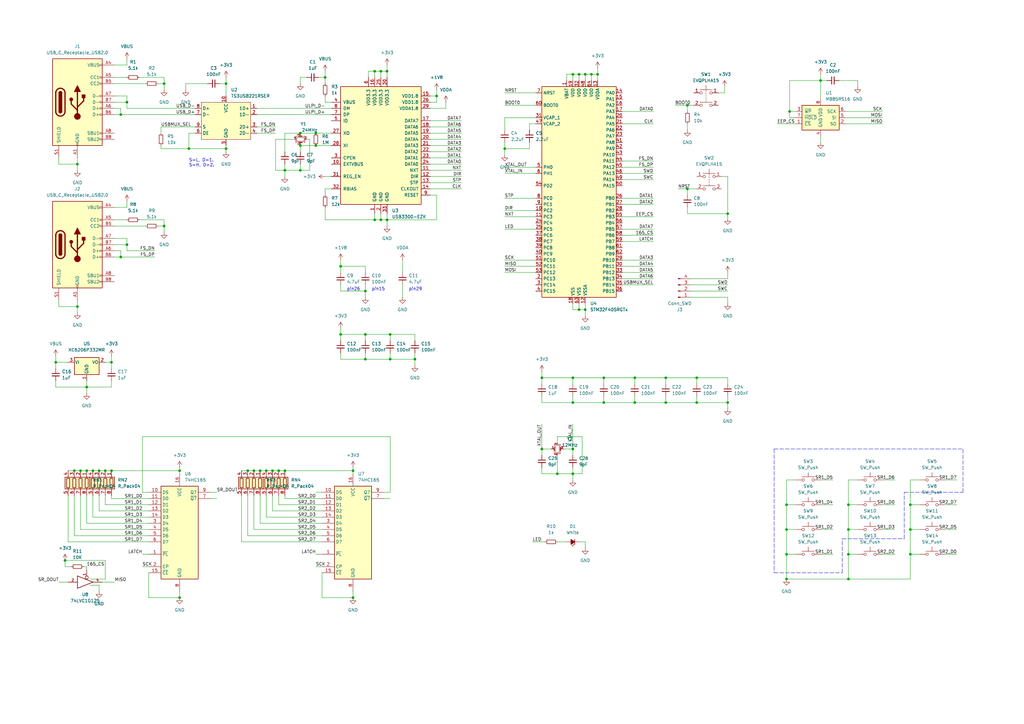
<source format=kicad_sch>
(kicad_sch (version 20211123) (generator eeschema)
  (paper "A3")
  (title_block (date "2023-01-15"))
  (junction (at 347.98 217.17))
  (junction (at 373.38 207.01))
  (junction (at 156.21 29.21))
  (junction (at 129.54 54.61))
  (junction (at 240.03 30.48))
  (junction (at 92.71 34.29))
  (junction (at 133.35 31.75))
  (junction (at 104.14 193.04))
  (junction (at 234.95 30.48))
  (junction (at 26.67 229.87))
  (junction (at 347.98 207.01))
  (junction (at 273.05 154.94))
  (junction (at 22.86 148.59))
  (junction (at 298.45 87.63))
  (junction (at 237.49 30.48))
  (junction (at 129.54 59.69))
  (junction (at 144.78 245.11))
  (junction (at 322.58 237.49))
  (junction (at 160.02 137.16))
  (junction (at 149.86 137.16))
  (junction (at 347.98 227.33))
  (junction (at 373.38 227.33))
  (junction (at 170.18 147.32))
  (junction (at 38.1 193.04))
  (junction (at 234.95 184.15))
  (junction (at 336.55 33.02))
  (junction (at 242.57 30.48))
  (junction (at 158.75 29.21))
  (junction (at 35.56 193.04))
  (junction (at 92.71 60.96))
  (junction (at 247.65 165.1))
  (junction (at 45.72 148.59))
  (junction (at 67.31 34.29))
  (junction (at 222.25 154.94))
  (junction (at 158.75 90.17))
  (junction (at 43.18 193.04))
  (junction (at 111.76 193.04))
  (junction (at 281.94 77.47))
  (junction (at 273.05 165.1))
  (junction (at 149.86 119.38))
  (junction (at 322.58 207.01))
  (junction (at 49.53 105.41))
  (junction (at 123.19 69.85))
  (junction (at 106.68 193.04))
  (junction (at 245.11 30.48))
  (junction (at 153.67 90.17))
  (junction (at 373.38 217.17))
  (junction (at 237.49 127))
  (junction (at 116.84 193.04))
  (junction (at 222.25 184.15))
  (junction (at 73.66 193.04))
  (junction (at 31.75 125.73))
  (junction (at 101.6 193.04))
  (junction (at 179.07 39.37))
  (junction (at 114.3 193.04))
  (junction (at 123.19 59.69))
  (junction (at 123.19 54.61))
  (junction (at 234.95 194.31))
  (junction (at 109.22 193.04))
  (junction (at 228.6 194.31))
  (junction (at 116.84 69.85))
  (junction (at 322.58 227.33))
  (junction (at 234.95 165.1))
  (junction (at 247.65 154.94))
  (junction (at 347.98 237.49))
  (junction (at 30.48 193.04))
  (junction (at 207.01 60.96))
  (junction (at 52.07 41.91))
  (junction (at 35.56 158.75))
  (junction (at 298.45 165.1))
  (junction (at 45.72 193.04))
  (junction (at 323.85 45.72))
  (junction (at 49.53 46.99))
  (junction (at 322.58 217.17))
  (junction (at 73.66 245.11))
  (junction (at 31.75 67.31))
  (junction (at 67.31 92.71))
  (junction (at 40.64 193.04))
  (junction (at 153.67 29.21))
  (junction (at 285.75 154.94))
  (junction (at 52.07 100.33))
  (junction (at 240.03 127))
  (junction (at 281.94 43.18))
  (junction (at 260.35 154.94))
  (junction (at 156.21 90.17))
  (junction (at 33.02 193.04))
  (junction (at 139.7 109.22))
  (junction (at 77.47 60.96))
  (junction (at 149.86 147.32))
  (junction (at 160.02 147.32))
  (junction (at 260.35 165.1))
  (junction (at 144.78 193.04))
  (junction (at 139.7 137.16))
  (junction (at 234.95 154.94))
  (junction (at 285.75 165.1))
  (wire (pts (xy 207.01 109.22) (xy 219.71 109.22)))
  (wire (pts (xy 46.99 26.67) (xy 52.07 26.67)))
  (wire (pts (xy 120.65 57.15) (xy 113.03 57.15)))
  (wire (pts (xy 234.95 157.48) (xy 234.95 154.94)))
  (wire (pts (xy 158.75 90.17) (xy 158.75 87.63)))
  (wire (pts (xy 57.15 90.17) (xy 67.31 90.17)))
  (wire (pts (xy 165.1 106.68) (xy 165.1 111.76)))
  (wire (pts (xy 207.01 68.58) (xy 219.71 68.58)))
  (wire (pts (xy 218.44 222.25) (xy 223.52 222.25)))
  (wire (pts (xy 373.38 207.01) (xy 373.38 217.17)))
  (wire (pts (xy 43.18 237.49) (xy 43.18 229.87)))
  (wire (pts (xy 92.71 60.96) (xy 92.71 62.23)))
  (wire (pts (xy 361.95 196.85) (xy 367.03 196.85)))
  (wire (pts (xy 106.68 193.04) (xy 109.22 193.04)))
  (wire (pts (xy 298.45 165.1) (xy 298.45 167.64)))
  (wire (pts (xy 176.53 72.39) (xy 189.23 72.39)))
  (wire (pts (xy 226.06 184.15) (xy 222.25 184.15)))
  (wire (pts (xy 170.18 144.78) (xy 170.18 147.32)))
  (wire (pts (xy 45.72 156.21) (xy 45.72 158.75)))
  (wire (pts (xy 336.55 196.85) (xy 341.63 196.85)))
  (wire (pts (xy 52.07 102.87) (xy 63.5 102.87)))
  (wire (pts (xy 129.54 232.41) (xy 132.08 232.41)))
  (wire (pts (xy 207.01 58.42) (xy 207.01 60.96)))
  (wire (pts (xy 255.27 96.52) (xy 267.97 96.52)))
  (wire (pts (xy 234.95 30.48) (xy 237.49 30.48)))
  (wire (pts (xy 276.86 43.18) (xy 281.94 43.18)))
  (wire (pts (xy 46.99 85.09) (xy 52.07 85.09)))
  (wire (pts (xy 176.53 67.31) (xy 189.23 67.31)))
  (wire (pts (xy 57.15 31.75) (xy 67.31 31.75)))
  (wire (pts (xy 31.75 67.31) (xy 31.75 64.77)))
  (wire (pts (xy 30.48 203.2) (xy 30.48 219.71)))
  (wire (pts (xy 35.56 214.63) (xy 60.96 214.63)))
  (wire (pts (xy 73.66 242.57) (xy 73.66 245.11)))
  (wire (pts (xy 113.03 69.85) (xy 116.84 69.85)))
  (wire (pts (xy 298.45 162.56) (xy 298.45 165.1)))
  (wire (pts (xy 133.35 29.21) (xy 133.35 31.75)))
  (wire (pts (xy 222.25 165.1) (xy 234.95 165.1)))
  (wire (pts (xy 114.3 193.04) (xy 116.84 193.04)))
  (wire (pts (xy 133.35 31.75) (xy 133.35 34.29)))
  (wire (pts (xy 377.19 207.01) (xy 373.38 207.01)))
  (wire (pts (xy 105.41 52.07) (xy 113.03 52.07)))
  (wire (pts (xy 101.6 203.2) (xy 101.6 219.71)))
  (wire (pts (xy 104.14 193.04) (xy 106.68 193.04)))
  (wire (pts (xy 387.35 217.17) (xy 392.43 217.17)))
  (wire (pts (xy 123.19 54.61) (xy 129.54 54.61)))
  (wire (pts (xy 127 69.85) (xy 123.19 69.85)))
  (wire (pts (xy 240.03 30.48) (xy 240.03 33.02)))
  (wire (pts (xy 255.27 99.06) (xy 267.97 99.06)))
  (wire (pts (xy 361.95 227.33) (xy 367.03 227.33)))
  (wire (pts (xy 104.14 217.17) (xy 132.08 217.17)))
  (wire (pts (xy 66.04 60.96) (xy 77.47 60.96)))
  (wire (pts (xy 24.13 238.76) (xy 27.94 238.76)))
  (wire (pts (xy 52.07 44.45) (xy 52.07 41.91)))
  (wire (pts (xy 151.13 29.21) (xy 153.67 29.21)))
  (wire (pts (xy 176.53 54.61) (xy 189.23 54.61)))
  (wire (pts (xy 242.57 30.48) (xy 245.11 30.48)))
  (wire (pts (xy 139.7 139.7) (xy 139.7 137.16)))
  (wire (pts (xy 46.99 105.41) (xy 49.53 105.41)))
  (wire (pts (xy 67.31 90.17) (xy 67.31 92.71)))
  (wire (pts (xy 129.54 59.69) (xy 135.89 59.69)))
  (wire (pts (xy 278.13 77.47) (xy 281.94 77.47)))
  (wire (pts (xy 26.67 229.87) (xy 26.67 232.41)))
  (wire (pts (xy 234.95 165.1) (xy 247.65 165.1)))
  (wire (pts (xy 130.81 31.75) (xy 133.35 31.75)))
  (wire (pts (xy 38.1 212.09) (xy 38.1 203.2)))
  (wire (pts (xy 46.99 102.87) (xy 49.53 102.87)))
  (wire (pts (xy 46.99 97.79) (xy 52.07 97.79)))
  (wire (pts (xy 105.41 46.99) (xy 135.89 46.99)))
  (wire (pts (xy 109.22 212.09) (xy 132.08 212.09)))
  (wire (pts (xy 67.31 31.75) (xy 67.31 34.29)))
  (wire (pts (xy 222.25 191.77) (xy 222.25 194.31)))
  (wire (pts (xy 285.75 157.48) (xy 285.75 154.94)))
  (wire (pts (xy 232.41 33.02) (xy 232.41 30.48)))
  (wire (pts (xy 283.21 116.84) (xy 298.45 116.84)))
  (wire (pts (xy 66.04 52.07) (xy 66.04 54.61)))
  (wire (pts (xy 207.01 60.96) (xy 217.17 60.96)))
  (wire (pts (xy 346.71 50.8) (xy 361.95 50.8)))
  (wire (pts (xy 105.41 54.61) (xy 113.03 54.61)))
  (wire (pts (xy 222.25 157.48) (xy 222.25 154.94)))
  (wire (pts (xy 347.98 217.17) (xy 347.98 227.33)))
  (wire (pts (xy 255.27 116.84) (xy 267.97 116.84)))
  (wire (pts (xy 237.49 30.48) (xy 240.03 30.48)))
  (wire (pts (xy 92.71 31.75) (xy 92.71 34.29)))
  (wire (pts (xy 160.02 147.32) (xy 170.18 147.32)))
  (wire (pts (xy 285.75 162.56) (xy 285.75 165.1)))
  (wire (pts (xy 176.53 59.69) (xy 189.23 59.69)))
  (wire (pts (xy 281.94 85.09) (xy 281.94 87.63)))
  (wire (pts (xy 116.84 204.47) (xy 132.08 204.47)))
  (wire (pts (xy 99.06 203.2) (xy 99.06 222.25)))
  (wire (pts (xy 149.86 137.16) (xy 160.02 137.16)))
  (wire (pts (xy 176.53 49.53) (xy 189.23 49.53)))
  (wire (pts (xy 132.08 245.11) (xy 144.78 245.11)))
  (wire (pts (xy 260.35 162.56) (xy 260.35 165.1)))
  (wire (pts (xy 234.95 154.94) (xy 247.65 154.94)))
  (wire (pts (xy 139.7 116.84) (xy 139.7 119.38)))
  (wire (pts (xy 326.39 207.01) (xy 322.58 207.01)))
  (wire (pts (xy 267.97 81.28) (xy 255.27 81.28)))
  (wire (pts (xy 149.86 119.38) (xy 149.86 121.92)))
  (wire (pts (xy 207.01 88.9) (xy 219.71 88.9)))
  (wire (pts (xy 46.99 92.71) (xy 59.69 92.71)))
  (wire (pts (xy 326.39 217.17) (xy 322.58 217.17)))
  (wire (pts (xy 322.58 196.85) (xy 322.58 207.01)))
  (wire (pts (xy 129.54 227.33) (xy 132.08 227.33)))
  (wire (pts (xy 125.73 31.75) (xy 123.19 31.75)))
  (wire (pts (xy 24.13 125.73) (xy 31.75 125.73)))
  (wire (pts (xy 281.94 77.47) (xy 285.75 77.47)))
  (wire (pts (xy 222.25 162.56) (xy 222.25 165.1)))
  (wire (pts (xy 285.75 154.94) (xy 298.45 154.94)))
  (wire (pts (xy 58.42 179.07) (xy 160.02 179.07)))
  (wire (pts (xy 267.97 66.04) (xy 255.27 66.04)))
  (wire (pts (xy 73.66 193.04) (xy 73.66 194.31)))
  (wire (pts (xy 90.17 34.29) (xy 92.71 34.29)))
  (wire (pts (xy 35.56 203.2) (xy 35.56 214.63)))
  (wire (pts (xy 176.53 57.15) (xy 189.23 57.15)))
  (wire (pts (xy 347.98 237.49) (xy 373.38 237.49)))
  (wire (pts (xy 114.3 207.01) (xy 114.3 203.2)))
  (wire (pts (xy 267.97 83.82) (xy 255.27 83.82)))
  (wire (pts (xy 45.72 146.05) (xy 45.72 148.59)))
  (wire (pts (xy 46.99 41.91) (xy 52.07 41.91)))
  (wire (pts (xy 139.7 119.38) (xy 149.86 119.38)))
  (wire (pts (xy 260.35 157.48) (xy 260.35 154.94)))
  (wire (pts (xy 156.21 90.17) (xy 158.75 90.17)))
  (wire (pts (xy 377.19 196.85) (xy 373.38 196.85)))
  (wire (pts (xy 31.75 67.31) (xy 31.75 69.85)))
  (wire (pts (xy 170.18 137.16) (xy 170.18 139.7)))
  (wire (pts (xy 267.97 50.8) (xy 255.27 50.8)))
  (wire (pts (xy 346.71 45.72) (xy 361.95 45.72)))
  (wire (pts (xy 351.79 217.17) (xy 347.98 217.17)))
  (wire (pts (xy 123.19 69.85) (xy 123.19 67.31)))
  (wire (pts (xy 240.03 222.25) (xy 240.03 224.79)))
  (wire (pts (xy 176.53 77.47) (xy 189.23 77.47)))
  (wire (pts (xy 106.68 214.63) (xy 132.08 214.63)))
  (wire (pts (xy 77.47 60.96) (xy 77.47 54.61)))
  (wire (pts (xy 351.79 227.33) (xy 347.98 227.33)))
  (wire (pts (xy 295.91 72.39) (xy 298.45 72.39)))
  (wire (pts (xy 361.95 217.17) (xy 367.03 217.17)))
  (wire (pts (xy 228.6 186.69) (xy 228.6 194.31)))
  (wire (pts (xy 85.09 34.29) (xy 76.2 34.29)))
  (wire (pts (xy 267.97 106.68) (xy 255.27 106.68)))
  (wire (pts (xy 40.64 209.55) (xy 40.64 203.2)))
  (wire (pts (xy 207.01 48.26) (xy 219.71 48.26)))
  (wire (pts (xy 144.78 191.77) (xy 144.78 193.04)))
  (wire (pts (xy 129.54 201.93) (xy 132.08 201.93)))
  (wire (pts (xy 135.89 77.47) (xy 133.35 77.47)))
  (wire (pts (xy 67.31 92.71) (xy 64.77 92.71)))
  (wire (pts (xy 240.03 127) (xy 240.03 129.54)))
  (wire (pts (xy 176.53 39.37) (xy 179.07 39.37)))
  (wire (pts (xy 92.71 60.96) (xy 77.47 60.96)))
  (wire (pts (xy 127 57.15) (xy 127 69.85)))
  (wire (pts (xy 149.86 109.22) (xy 149.86 111.76)))
  (wire (pts (xy 267.97 45.72) (xy 255.27 45.72)))
  (wire (pts (xy 157.48 201.93) (xy 160.02 201.93)))
  (wire (pts (xy 373.38 217.17) (xy 373.38 227.33)))
  (wire (pts (xy 179.07 80.01) (xy 179.07 90.17)))
  (wire (pts (xy 322.58 227.33) (xy 322.58 237.49)))
  (wire (pts (xy 281.94 50.8) (xy 281.94 53.34)))
  (wire (pts (xy 52.07 41.91) (xy 52.07 39.37)))
  (wire (pts (xy 109.22 193.04) (xy 111.76 193.04)))
  (wire (pts (xy 66.04 59.69) (xy 66.04 60.96)))
  (wire (pts (xy 247.65 154.94) (xy 260.35 154.94)))
  (wire (pts (xy 38.1 193.04) (xy 40.64 193.04)))
  (wire (pts (xy 45.72 204.47) (xy 45.72 203.2)))
  (wire (pts (xy 273.05 165.1) (xy 285.75 165.1)))
  (wire (pts (xy 46.99 90.17) (xy 52.07 90.17)))
  (wire (pts (xy 336.55 227.33) (xy 341.63 227.33)))
  (wire (pts (xy 86.36 204.47) (xy 88.9 204.47)))
  (wire (pts (xy 298.45 72.39) (xy 298.45 87.63)))
  (wire (pts (xy 116.84 69.85) (xy 116.84 72.39)))
  (wire (pts (xy 237.49 124.46) (xy 237.49 127)))
  (wire (pts (xy 99.06 222.25) (xy 132.08 222.25)))
  (wire (pts (xy 176.53 64.77) (xy 189.23 64.77)))
  (wire (pts (xy 113.03 57.15) (xy 113.03 69.85)))
  (wire (pts (xy 156.21 87.63) (xy 156.21 90.17)))
  (wire (pts (xy 322.58 207.01) (xy 322.58 217.17)))
  (wire (pts (xy 336.55 33.02) (xy 336.55 40.64)))
  (polyline (pts (xy 370.84 220.98) (xy 370.84 201.93)))
  (wire (pts (xy 245.11 30.48) (xy 245.11 33.02)))
  (wire (pts (xy 38.1 212.09) (xy 60.96 212.09)))
  (wire (pts (xy 67.31 92.71) (xy 67.31 95.25)))
  (wire (pts (xy 43.18 207.01) (xy 43.18 203.2)))
  (wire (pts (xy 104.14 203.2) (xy 104.14 217.17)))
  (wire (pts (xy 351.79 196.85) (xy 347.98 196.85)))
  (wire (pts (xy 99.06 193.04) (xy 101.6 193.04)))
  (wire (pts (xy 156.21 29.21) (xy 158.75 29.21)))
  (wire (pts (xy 29.21 232.41) (xy 26.67 232.41)))
  (wire (pts (xy 207.01 38.1) (xy 219.71 38.1)))
  (polyline (pts (xy 370.84 201.93) (xy 394.97 201.93)))
  (wire (pts (xy 58.42 227.33) (xy 60.96 227.33)))
  (wire (pts (xy 217.17 50.8) (xy 217.17 53.34)))
  (wire (pts (xy 237.49 222.25) (xy 240.03 222.25)))
  (wire (pts (xy 242.57 30.48) (xy 242.57 33.02)))
  (wire (pts (xy 234.95 184.15) (xy 234.95 186.69)))
  (wire (pts (xy 46.99 44.45) (xy 49.53 44.45)))
  (wire (pts (xy 41.91 238.76) (xy 46.99 238.76)))
  (wire (pts (xy 232.41 30.48) (xy 234.95 30.48)))
  (wire (pts (xy 60.96 245.11) (xy 73.66 245.11)))
  (wire (pts (xy 111.76 209.55) (xy 132.08 209.55)))
  (wire (pts (xy 273.05 162.56) (xy 273.05 165.1)))
  (wire (pts (xy 336.55 217.17) (xy 341.63 217.17)))
  (wire (pts (xy 43.18 207.01) (xy 60.96 207.01)))
  (wire (pts (xy 36.83 240.03) (xy 40.64 240.03)))
  (wire (pts (xy 33.02 217.17) (xy 60.96 217.17)))
  (wire (pts (xy 219.71 50.8) (xy 217.17 50.8)))
  (polyline (pts (xy 317.5 184.15) (xy 317.5 234.95)))
  (wire (pts (xy 179.07 90.17) (xy 158.75 90.17)))
  (wire (pts (xy 49.53 46.99) (xy 80.01 46.99)))
  (wire (pts (xy 267.97 109.22) (xy 255.27 109.22)))
  (wire (pts (xy 149.86 147.32) (xy 160.02 147.32)))
  (wire (pts (xy 35.56 232.41) (xy 35.56 233.68)))
  (wire (pts (xy 160.02 179.07) (xy 160.02 201.93)))
  (wire (pts (xy 86.36 201.93) (xy 88.9 201.93)))
  (wire (pts (xy 133.35 90.17) (xy 153.67 90.17)))
  (wire (pts (xy 267.97 114.3) (xy 255.27 114.3)))
  (wire (pts (xy 33.02 203.2) (xy 33.02 217.17)))
  (wire (pts (xy 45.72 193.04) (xy 73.66 193.04)))
  (wire (pts (xy 267.97 68.58) (xy 255.27 68.58)))
  (wire (pts (xy 267.97 111.76) (xy 255.27 111.76)))
  (wire (pts (xy 234.95 124.46) (xy 234.95 127)))
  (wire (pts (xy 238.76 194.31) (xy 234.95 194.31)))
  (wire (pts (xy 46.99 34.29) (xy 59.69 34.29)))
  (wire (pts (xy 294.64 38.1) (xy 297.18 38.1)))
  (wire (pts (xy 170.18 147.32) (xy 170.18 149.86)))
  (wire (pts (xy 22.86 146.05) (xy 22.86 148.59)))
  (wire (pts (xy 222.25 152.4) (xy 222.25 154.94)))
  (wire (pts (xy 377.19 217.17) (xy 373.38 217.17)))
  (wire (pts (xy 116.84 204.47) (xy 116.84 203.2)))
  (wire (pts (xy 176.53 44.45) (xy 182.88 44.45)))
  (wire (pts (xy 237.49 33.02) (xy 237.49 30.48)))
  (wire (pts (xy 27.94 193.04) (xy 30.48 193.04)))
  (wire (pts (xy 387.35 207.01) (xy 392.43 207.01)))
  (wire (pts (xy 125.73 57.15) (xy 127 57.15)))
  (wire (pts (xy 60.96 234.95) (xy 60.96 245.11)))
  (wire (pts (xy 35.56 193.04) (xy 38.1 193.04)))
  (wire (pts (xy 373.38 227.33) (xy 373.38 237.49)))
  (wire (pts (xy 58.42 201.93) (xy 60.96 201.93)))
  (wire (pts (xy 45.72 204.47) (xy 60.96 204.47)))
  (wire (pts (xy 40.64 193.04) (xy 43.18 193.04)))
  (wire (pts (xy 176.53 62.23) (xy 189.23 62.23)))
  (wire (pts (xy 298.45 154.94) (xy 298.45 157.48)))
  (wire (pts (xy 52.07 102.87) (xy 52.07 100.33)))
  (wire (pts (xy 123.19 59.69) (xy 129.54 59.69)))
  (wire (pts (xy 46.99 31.75) (xy 52.07 31.75)))
  (wire (pts (xy 158.75 90.17) (xy 158.75 92.71)))
  (wire (pts (xy 40.64 209.55) (xy 60.96 209.55)))
  (wire (pts (xy 207.01 71.12) (xy 219.71 71.12)))
  (wire (pts (xy 336.55 33.02) (xy 339.09 33.02)))
  (wire (pts (xy 24.13 64.77) (xy 24.13 67.31)))
  (wire (pts (xy 158.75 29.21) (xy 158.75 31.75)))
  (wire (pts (xy 207.01 106.68) (xy 219.71 106.68)))
  (wire (pts (xy 281.94 43.18) (xy 281.94 45.72)))
  (wire (pts (xy 153.67 29.21) (xy 153.67 31.75)))
  (wire (pts (xy 111.76 193.04) (xy 114.3 193.04)))
  (wire (pts (xy 323.85 48.26) (xy 323.85 45.72)))
  (wire (pts (xy 43.18 193.04) (xy 45.72 193.04)))
  (wire (pts (xy 114.3 207.01) (xy 132.08 207.01)))
  (wire (pts (xy 149.86 137.16) (xy 149.86 139.7)))
  (wire (pts (xy 207.01 111.76) (xy 219.71 111.76)))
  (wire (pts (xy 45.72 148.59) (xy 45.72 151.13)))
  (wire (pts (xy 133.35 72.39) (xy 135.89 72.39)))
  (wire (pts (xy 30.48 193.04) (xy 33.02 193.04)))
  (wire (pts (xy 237.49 127) (xy 240.03 127)))
  (wire (pts (xy 344.17 33.02) (xy 351.79 33.02)))
  (wire (pts (xy 207.01 81.28) (xy 219.71 81.28)))
  (wire (pts (xy 347.98 196.85) (xy 347.98 207.01)))
  (wire (pts (xy 351.79 207.01) (xy 347.98 207.01)))
  (wire (pts (xy 52.07 100.33) (xy 52.07 97.79)))
  (wire (pts (xy 347.98 227.33) (xy 347.98 237.49)))
  (wire (pts (xy 298.45 111.76) (xy 298.45 114.3)))
  (wire (pts (xy 323.85 45.72) (xy 323.85 33.02)))
  (wire (pts (xy 281.94 87.63) (xy 298.45 87.63)))
  (wire (pts (xy 281.94 77.47) (xy 281.94 80.01)))
  (wire (pts (xy 36.83 237.49) (xy 43.18 237.49)))
  (wire (pts (xy 22.86 158.75) (xy 35.56 158.75)))
  (wire (pts (xy 228.6 194.31) (xy 234.95 194.31)))
  (wire (pts (xy 116.84 69.85) (xy 123.19 69.85)))
  (wire (pts (xy 133.35 85.09) (xy 133.35 90.17)))
  (wire (pts (xy 222.25 154.94) (xy 234.95 154.94)))
  (wire (pts (xy 106.68 203.2) (xy 106.68 214.63)))
  (wire (pts (xy 387.35 196.85) (xy 392.43 196.85)))
  (wire (pts (xy 298.45 87.63) (xy 298.45 89.535)))
  (wire (pts (xy 346.71 48.26) (xy 361.95 48.26)))
  (wire (pts (xy 46.99 46.99) (xy 49.53 46.99)))
  (wire (pts (xy 22.86 148.59) (xy 22.86 151.13)))
  (wire (pts (xy 133.35 41.91) (xy 135.89 41.91)))
  (wire (pts (xy 297.18 35.56) (xy 297.18 38.1)))
  (wire (pts (xy 27.94 203.2) (xy 27.94 222.25)))
  (wire (pts (xy 149.86 116.84) (xy 149.86 119.38)))
  (wire (pts (xy 35.56 158.75) (xy 35.56 156.21)))
  (wire (pts (xy 92.71 34.29) (xy 92.71 39.37)))
  (wire (pts (xy 58.42 201.93) (xy 58.42 179.07)))
  (wire (pts (xy 267.97 73.66) (xy 255.27 73.66)))
  (wire (pts (xy 207.01 93.98) (xy 219.71 93.98)))
  (wire (pts (xy 176.53 80.01) (xy 179.07 80.01)))
  (wire (pts (xy 31.75 125.73) (xy 31.75 123.19)))
  (wire (pts (xy 387.35 227.33) (xy 392.43 227.33)))
  (wire (pts (xy 207.01 60.96) (xy 207.01 63.5)))
  (wire (pts (xy 228.6 179.07) (xy 238.76 179.07)))
  (wire (pts (xy 283.21 119.38) (xy 298.45 119.38)))
  (wire (pts (xy 27.94 148.59) (xy 22.86 148.59)))
  (wire (pts (xy 139.7 111.76) (xy 139.7 109.22)))
  (polyline (pts (xy 317.5 234.95) (xy 345.44 234.95)))
  (wire (pts (xy 160.02 137.16) (xy 160.02 139.7)))
  (wire (pts (xy 231.14 184.15) (xy 234.95 184.15)))
  (polyline (pts (xy 317.5 184.15) (xy 394.97 184.15)))
  (wire (pts (xy 228.6 222.25) (xy 232.41 222.25)))
  (wire (pts (xy 139.7 109.22) (xy 149.86 109.22)))
  (wire (pts (xy 377.19 227.33) (xy 373.38 227.33)))
  (wire (pts (xy 179.07 41.91) (xy 176.53 41.91)))
  (wire (pts (xy 273.05 154.94) (xy 285.75 154.94)))
  (wire (pts (xy 43.18 148.59) (xy 45.72 148.59)))
  (wire (pts (xy 111.76 209.55) (xy 111.76 203.2)))
  (wire (pts (xy 222.25 194.31) (xy 228.6 194.31)))
  (wire (pts (xy 31.75 125.73) (xy 31.75 128.27)))
  (wire (pts (xy 336.55 55.88) (xy 336.55 58.42)))
  (wire (pts (xy 285.75 165.1) (xy 298.45 165.1)))
  (wire (pts (xy 207.01 43.18) (xy 219.71 43.18)))
  (wire (pts (xy 76.2 34.29) (xy 76.2 36.83)))
  (wire (pts (xy 247.65 162.56) (xy 247.65 165.1)))
  (wire (pts (xy 105.41 44.45) (xy 135.89 44.45)))
  (wire (pts (xy 151.13 31.75) (xy 151.13 29.21)))
  (wire (pts (xy 92.71 59.69) (xy 92.71 60.96)))
  (wire (pts (xy 77.47 54.61) (xy 80.01 54.61)))
  (wire (pts (xy 281.94 43.18) (xy 284.48 43.18)))
  (wire (pts (xy 283.21 114.3) (xy 298.45 114.3)))
  (wire (pts (xy 182.88 41.91) (xy 182.88 44.45)))
  (wire (pts (xy 322.58 237.49) (xy 347.98 237.49)))
  (wire (pts (xy 67.31 34.29) (xy 67.31 36.83)))
  (wire (pts (xy 27.94 222.25) (xy 60.96 222.25)))
  (wire (pts (xy 373.38 196.85) (xy 373.38 207.01)))
  (wire (pts (xy 144.78 193.04) (xy 144.78 194.31)))
  (wire (pts (xy 165.1 116.84) (xy 165.1 121.92)))
  (wire (pts (xy 156.21 29.21) (xy 156.21 31.75)))
  (wire (pts (xy 176.53 52.07) (xy 189.23 52.07)))
  (wire (pts (xy 326.39 48.26) (xy 323.85 48.26)))
  (wire (pts (xy 153.67 29.21) (xy 156.21 29.21)))
  (wire (pts (xy 35.56 158.75) (xy 35.56 161.29)))
  (wire (pts (xy 153.67 87.63) (xy 153.67 90.17)))
  (wire (pts (xy 34.29 232.41) (xy 35.56 232.41)))
  (wire (pts (xy 222.25 173.99) (xy 222.25 184.15)))
  (wire (pts (xy 43.18 229.87) (xy 26.67 229.87)))
  (wire (pts (xy 49.53 102.87) (xy 49.53 105.41)))
  (wire (pts (xy 160.02 144.78) (xy 160.02 147.32)))
  (wire (pts (xy 247.65 154.94) (xy 247.65 157.48)))
  (wire (pts (xy 33.02 193.04) (xy 35.56 193.04)))
  (wire (pts (xy 80.01 44.45) (xy 52.07 44.45)))
  (wire (pts (xy 123.19 54.61) (xy 116.84 54.61)))
  (wire (pts (xy 322.58 217.17) (xy 322.58 227.33)))
  (wire (pts (xy 139.7 147.32) (xy 149.86 147.32)))
  (wire (pts (xy 234.95 194.31) (xy 234.95 196.85)))
  (wire (pts (xy 260.35 165.1) (xy 273.05 165.1)))
  (wire (pts (xy 139.7 144.78) (xy 139.7 147.32)))
  (wire (pts (xy 234.95 173.99) (xy 234.95 184.15)))
  (wire (pts (xy 347.98 207.01) (xy 347.98 217.17)))
  (wire (pts (xy 24.13 123.19) (xy 24.13 125.73)))
  (wire (pts (xy 240.03 127) (xy 240.03 124.46)))
  (wire (pts (xy 144.78 242.57) (xy 144.78 245.11)))
  (wire (pts (xy 139.7 134.62) (xy 139.7 137.16)))
  (wire (pts (xy 336.55 30.48) (xy 336.55 33.02)))
  (wire (pts (xy 139.7 137.16) (xy 149.86 137.16)))
  (wire (pts (xy 132.08 234.95) (xy 132.08 245.11)))
  (wire (pts (xy 116.84 67.31) (xy 116.84 69.85)))
  (wire (pts (xy 123.19 59.69) (xy 123.19 62.23)))
  (wire (pts (xy 179.07 36.83) (xy 179.07 39.37)))
  (wire (pts (xy 129.54 54.61) (xy 135.89 54.61)))
  (polyline (pts (xy 394.97 201.93) (xy 394.97 184.15)))
  (wire (pts (xy 116.84 54.61) (xy 116.84 62.23)))
  (polyline (pts (xy 345.44 220.98) (xy 370.84 220.98)))
  (wire (pts (xy 73.66 191.77) (xy 73.66 193.04)))
  (wire (pts (xy 260.35 154.94) (xy 273.05 154.94)))
  (wire (pts (xy 323.85 33.02) (xy 336.55 33.02)))
  (wire (pts (xy 283.21 121.92) (xy 298.45 121.92)))
  (wire (pts (xy 46.99 39.37) (xy 52.07 39.37)))
  (wire (pts (xy 207.01 48.26) (xy 207.01 53.34)))
  (wire (pts (xy 351.79 33.02) (xy 351.79 35.56)))
  (wire (pts (xy 101.6 219.71) (xy 132.08 219.71)))
  (wire (pts (xy 255.27 88.9) (xy 267.97 88.9)))
  (wire (pts (xy 66.04 52.07) (xy 80.01 52.07)))
  (wire (pts (xy 45.72 158.75) (xy 35.56 158.75)))
  (wire (pts (xy 247.65 165.1) (xy 260.35 165.1)))
  (wire (pts (xy 160.02 137.16) (xy 170.18 137.16)))
  (wire (pts (xy 326.39 227.33) (xy 322.58 227.33)))
  (wire (pts (xy 176.53 74.93) (xy 189.23 74.93)))
  (wire (pts (xy 101.6 193.04) (xy 104.14 193.04)))
  (wire (pts (xy 58.42 232.41) (xy 60.96 232.41)))
  (wire (pts (xy 49.53 105.41) (xy 63.5 105.41)))
  (wire (pts (xy 139.7 106.68) (xy 139.7 109.22)))
  (wire (pts (xy 318.77 50.8) (xy 326.39 50.8)))
  (wire (pts (xy 67.31 34.29) (xy 64.77 34.29)))
  (wire (pts (xy 52.07 82.55) (xy 52.07 85.09)))
  (wire (pts (xy 179.07 39.37) (xy 179.07 41.91)))
  (wire (pts (xy 46.99 100.33) (xy 52.07 100.33)))
  (wire (pts (xy 207.01 86.36) (xy 219.71 86.36)))
  (wire (pts (xy 234.95 127) (xy 237.49 127)))
  (wire (pts (xy 336.55 207.01) (xy 341.63 207.01)))
  (wire (pts (xy 234.95 194.31) (xy 234.95 191.77)))
  (wire (pts (xy 133.35 77.47) (xy 133.35 80.01)))
  (wire (pts (xy 240.03 30.48) (xy 242.57 30.48)))
  (wire (pts (xy 123.19 31.75) (xy 123.19 34.29)))
  (wire (pts (xy 22.86 156.21) (xy 22.86 158.75)))
  (wire (pts (xy 326.39 45.72) (xy 323.85 45.72)))
  (wire (pts (xy 24.13 67.31) (xy 31.75 67.31)))
  (wire (pts (xy 234.95 162.56) (xy 234.95 165.1)))
  (wire (pts (xy 153.67 90.17) (xy 156.21 90.17)))
  (wire (pts (xy 149.86 144.78) (xy 149.86 147.32)))
  (wire (pts (xy 222.25 184.15) (xy 222.25 186.69)))
  (wire (pts (xy 49.53 44.45) (xy 49.53 46.99)))
  (wire (pts (xy 361.95 207.01) (xy 367.03 207.01)))
  (wire (pts (xy 326.39 196.85) (xy 322.58 196.85)))
  (wire (pts (xy 298.45 121.92) (xy 298.45 124.46)))
  (wire (pts (xy 245.11 27.94) (xy 245.11 30.48)))
  (wire (pts (xy 238.76 179.07) (xy 238.76 194.31)))
  (wire (pts (xy 158.75 26.67) (xy 158.75 29.21)))
  (wire (pts (xy 109.22 212.09) (xy 109.22 203.2)))
  (wire (pts (xy 273.05 154.94) (xy 273.05 157.48)))
  (wire (pts (xy 52.07 24.13) (xy 52.07 26.67)))
  (wire (pts (xy 176.53 69.85) (xy 189.23 69.85)))
  (wire (pts (xy 234.95 33.02) (xy 234.95 30.48)))
  (wire (pts (xy 267.97 71.12) (xy 255.27 71.12)))
  (wire (pts (xy 133.35 39.37) (xy 133.35 41.91)))
  (wire (pts (xy 157.48 204.47) (xy 160.02 204.47)))
  (wire (pts (xy 267.97 93.98) (xy 255.27 93.98)))
  (wire (pts (xy 217.17 60.96) (xy 217.17 58.42)))
  (wire (pts (xy 30.48 219.71) (xy 60.96 219.71)))
  (wire (pts (xy 40.64 240.03) (xy 40.64 242.57)))
  (wire (pts (xy 116.84 193.04) (xy 144.78 193.04)))
  (polyline (pts (xy 345.44 234.95) (xy 345.44 220.98)))
  (wire (pts (xy 228.6 181.61) (xy 228.6 179.07)))
  (text "pin15" (at 152.4 119.38 0) (effects (font (size 1.27 1.27)) (justify left bottom)))
  (text "pin26" (at 142.24 119.38 0) (effects (font (size 1.27 1.27)) (justify left bottom)))
  (text "pin29" (at 167.64 119.38 0) (effects (font (size 1.27 1.27)) (justify left bottom)))
  (text "S=L, D=1.\nS=H, D=2." (at 77.47 68.58 0) (effects (font (size 1.27 1.27)) (justify left bottom)))
  (label "LED" (at 207.01 93.98 0))
  (label "SR2_D0" (at 129.54 204.47 180))
  (label "DATA3" (at 267.97 106.68 180))
  (label "BOOT0" (at 276.86 43.18 0))
  (label "FS_DN" (at 63.5 102.87 180))
  (label "DATA6" (at 189.23 52.07 180))
  (label "SCK" (at 207.01 106.68 0))
  (label "DATA2" (at 267.97 83.82 180))
  (label "SWD" (at 267.97 71.12 180))
  (label "MOSI" (at 207.01 111.76 0))
  (label "MISO" (at 207.01 109.22 0))
  (label "MISO" (at 361.95 50.8 180))
  (label "LATCH" (at 267.97 99.06 180))
  (label "NXT" (at 189.23 69.85 180))
  (label "SCK" (at 58.42 232.41 0))
  (label "NRST" (at 207.01 38.1 0))
  (label "DATA7" (at 267.97 93.98 180))
  (label "ULPI_D-" (at 133.35 44.45 180))
  (label "XTAL_OUT" (at 222.25 173.99 270))
  (label "SWC" (at 267.97 73.66 180))
  (label "USBMUX_SEL" (at 267.97 116.84 180))
  (label "CLK" (at 189.23 77.47 180))
  (label "SR1_D6" (at 58.42 219.71 180))
  (label "SCK" (at 129.54 232.41 0))
  (label "FS_DN" (at 113.03 52.07 180))
  (label "DATA2" (at 189.23 62.23 180))
  (label "SR2_D0" (at 392.43 227.33 180))
  (label "DIR" (at 207.01 86.36 0))
  (label "SR_DOUT" (at 24.13 238.76 180))
  (label "SR1_D2" (at 341.63 217.17 180))
  (label "NXT" (at 207.01 88.9 0))
  (label "DIR" (at 189.23 72.39 180))
  (label "FS_DP" (at 63.5 105.41 180))
  (label "DATA5" (at 267.97 111.76 180))
  (label "SR2_D2" (at 129.54 209.55 180))
  (label "SR1_D4" (at 341.63 207.01 180))
  (label "SR2_D7" (at 392.43 207.01 180))
  (label "SR1_D5" (at 341.63 196.85 180))
  (label "XTAL_IN" (at 207.01 71.12 0))
  (label "XTAL_OUT" (at 207.01 68.58 0))
  (label "165_CS" (at 267.97 96.52 180))
  (label "DATA6" (at 267.97 114.3 180))
  (label "SR1_D1" (at 58.42 207.01 180))
  (label "BOOT0" (at 207.01 43.18 0))
  (label "SCK" (at 361.95 45.72 180))
  (label "SWD" (at 298.45 116.84 180))
  (label "SR1_D3" (at 58.42 212.09 180))
  (label "NRST" (at 278.13 77.47 0))
  (label "USB_D-" (at 80.01 44.45 180))
  (label "SWC" (at 298.45 119.38 180))
  (label "LATCH" (at 58.42 227.33 180))
  (label "SR1_D0" (at 367.03 207.01 180))
  (label "SR1_D3" (at 367.03 217.17 180))
  (label "USB_D+" (at 80.01 46.99 180))
  (label "SR1_D2" (at 58.42 209.55 180))
  (label "DATA0" (at 267.97 45.72 180))
  (label "DATA5" (at 189.23 54.61 180))
  (label "MISO" (at 46.99 238.76 0))
  (label "MOSI" (at 361.95 48.26 180))
  (label "DATA4" (at 267.97 109.22 180))
  (label "SR2_D2" (at 367.03 227.33 180))
  (label "USBMUX_SEL" (at 66.04 52.07 0))
  (label "FS_DP" (at 113.03 54.61 180))
  (label "DATA7" (at 189.23 49.53 180))
  (label "STP" (at 207.01 81.28 0))
  (label "EEP_CS" (at 318.77 50.8 0))
  (label "SR2_D6" (at 129.54 219.71 180))
  (label "SR2_D4" (at 129.54 214.63 180))
  (label "LATCH" (at 129.54 227.33 180))
  (label "SR1_D1" (at 341.63 227.33 180))
  (label "SR1_D6" (at 367.03 196.85 180))
  (label "SR_DOUT" (at 88.9 201.93 0))
  (label "SR2_D1" (at 129.54 207.01 180))
  (label "DATA4" (at 189.23 57.15 180))
  (label "XTAL_IN" (at 234.95 173.99 270))
  (label "DATA0" (at 189.23 67.31 180))
  (label "SR2_D7" (at 129.54 222.25 180))
  (label "SR1_D0" (at 58.42 204.47 180))
  (label "DATA3" (at 189.23 59.69 180))
  (label "SR2_D5" (at 129.54 217.17 180))
  (label "ULPI_D+" (at 133.35 46.99 180))
  (label "DATA1" (at 189.23 64.77 180))
  (label "STP" (at 189.23 74.93 180))
  (label "165_CS" (at 35.56 232.41 0))
  (label "SR2_D5" (at 392.43 217.17 180))
  (label "SR1_D7" (at 392.43 196.85 180))
  (label "SR1_D5" (at 58.42 217.17 180))
  (label "FS_DP" (at 267.97 68.58 180))
  (label "EEP_CS" (at 267.97 88.9 180))
  (label "SR1_D7" (at 58.42 222.25 180))
  (label "SR1_D4" (at 58.42 214.63 180))
  (label "SR2_D3" (at 129.54 212.09 180))
  (label "LED" (at 218.44 222.25 0))
  (label "FS_DN" (at 267.97 66.04 180))
  (label "CLK" (at 267.97 50.8 180))
  (label "DATA1" (at 267.97 81.28 180))
  (symbol (lib_id "Device:R_Small") (at 133.35 82.55 180) (unit 1)
    (property "Reference" "R7" (at 135.89 81.2799 0) (effects (justify right)))
    (property "Value" "12k" (at 135.89 83.8199 0) (effects (justify right)))
    (property "Footprint" "Resistor_SMD:R_0402_1005Metric" (effects hide))
  )
  (symbol (lib_id "power:GND") (at 123.19 34.29 0) (unit 1)
    (property "Reference" "#PWR07" (effects hide))
    (property "Value" "GND" (at 123.19 39.37 0))
  )
  (symbol (lib_id "Device:R_Pack04") (at 111.76 198.12 180) (unit 1)
    (property "Reference" "RN4" (at 119.38 196.8499 0) (effects (justify right)))
    (property "Value" "R_Pack04" (at 119.38 199.3899 0) (effects (justify right)))
    (property "Footprint" "Resistor_SMD:R_Array_Convex_4x0603" (effects hide))
  )
  (symbol (lib_id "Device:C_Small") (at 273.05 160.02 0) (mirror y) (unit 1)
    (property "Reference" "C22" (at 275.59 158.7562 0) (effects (justify right)))
    (property "Value" "100nF" (at 275.59 161.2962 0) (effects (justify right)))
    (property "Footprint" "Capacitor_SMD:C_0402_1005Metric" (effects hide))
  )
  (symbol (lib_id "power:+3V3") (at 133.35 72.39 90) (unit 1)
    (property "Reference" "#PWR020" (effects hide))
    (property "Value" "+3V3" (at 129.54 72.3899 90) (effects (justify left)))
  )
  (symbol (lib_id "power:GND") (at 298.45 124.46 0) (unit 1)
    (property "Reference" "#PWR030" (effects hide))
    (property "Value" "GND" (at 298.45 129.54 0))
  )
  (symbol (lib_id "Device:C_Small") (at 123.19 64.77 180) (unit 1)
    (property "Reference" "C7" (at 125.73 63.4935 0) (effects (justify right)))
    (property "Value" "9pF" (at 125.73 66.0335 0) (effects (justify right)))
    (property "Footprint" "Capacitor_SMD:C_0402_1005Metric" (effects hide))
  )
  (symbol (lib_id "Device:R_Small") (at 62.23 92.71 270) (unit 1)
    (property "Reference" "R9" (at 62.23 86.36 90))
    (property "Value" "5.1k" (at 62.23 88.9 90))
    (property "Footprint" "Resistor_SMD:R_0402_1005Metric" (effects hide))
  )
  (symbol (lib_id "power:+3V3") (at 73.66 191.77 0) (unit 1)
    (property "Reference" "#PWR040" (effects hide))
    (property "Value" "+3V3" (at 73.66 186.69 0))
  )
  (symbol (lib_id "power:+3V3") (at 139.7 134.62 0) (unit 1)
    (property "Reference" "#PWR033" (effects hide))
    (property "Value" "+3V3" (at 139.7 129.54 0))
  )
  (symbol (lib_id "power:GND") (at 67.31 36.83 0) (unit 1)
    (property "Reference" "#PWR010" (effects hide))
    (property "Value" "GND" (at 67.31 41.91 0))
  )
  (symbol (lib_id "Connector:Conn_01x04_Male") (at 278.13 119.38 0) (mirror x) (unit 1)
    (property "Reference" "J3" (at 278.765 127 0))
    (property "Value" "Conn_SWD" (at 278.765 124.46 0))
    (property "Footprint" "Connector_PinHeader_1.27mm:PinHeader_1x04_P1.27mm_Vertical" (effects hide))
  )
  (symbol (lib_id "power:GND") (at 165.1 121.92 0) (unit 1)
    (property "Reference" "#PWR029" (effects hide))
    (property "Value" "GND" (at 165.1 127 0))
  )
  (symbol (lib_id "Switch:SW_Push") (at 382.27 196.85 0) (unit 1)
    (property "Reference" "SW5" (at 382.27 189.23 0))
    (property "Value" "SW_Push" (at 382.27 191.77 0))
    (property "Footprint" "MX_Only:MXOnly-1U-NoLED" (effects hide))
  )
  (symbol (lib_id "power:GND") (at 67.31 95.25 0) (unit 1)
    (property "Reference" "#PWR024" (effects hide))
    (property "Value" "GND" (at 67.31 100.33 0))
  )
  (symbol (lib_id "Device:Crystal_GND24_Small") (at 228.6 184.15 0) (unit 1)
    (property "Reference" "Y2" (at 233.68 180.0098 0))
    (property "Value" "12MHz" (at 233.68 182.5498 0))
    (property "Footprint" "Crystal:Crystal_SMD_3225-4Pin_3.2x2.5mm" (effects hide))
  )
  (symbol (lib_id "Device:R_Small") (at 226.06 222.25 270) (unit 1)
    (property "Reference" "R10" (at 226.06 215.9 90))
    (property "Value" "1k" (at 226.06 218.44 90))
    (property "Footprint" "Resistor_SMD:R_0402_1005Metric" (effects hide))
  )
  (symbol (lib_id "Connector:USB_C_Receptacle_USB2.0") (at 31.75 41.91 0) (unit 1)
    (property "Reference" "J1" (at 31.75 19.05 0))
    (property "Value" "USB_C_Receptacle_USB2.0" (at 31.75 21.59 0))
    (property "Footprint" "Connector_USB:USB_C_Receptacle_HRO_TYPE-C-31-M-12" (effects hide))
    (property "Datasheet" "https://www.usb.org/sites/default/files/documents/usb_type-c.zip" (effects hide))
  )
  (symbol (lib_id "power:GND") (at 144.78 245.11 0) (unit 1)
    (property "Reference" "#PWR048" (effects hide))
    (property "Value" "GND" (at 144.78 250.19 0))
  )
  (symbol (lib_id "power:+3V3") (at 45.72 146.05 0) (unit 1)
    (property "Reference" "#PWR035" (effects hide))
    (property "Value" "+3V3" (at 45.72 140.97 0))
  )
  (symbol (lib_id "Device:R_Small") (at 133.35 36.83 180) (unit 1)
    (property "Reference" "R3" (at 135.89 35.5599 0) (effects (justify right)))
    (property "Value" "1k" (at 135.89 38.0999 0) (effects (justify right)))
    (property "Footprint" "Resistor_SMD:R_0402_1005Metric" (effects hide))
  )
  (symbol (lib_id "power:GND") (at 298.45 89.535 0) (unit 1)
    (property "Reference" "#PWR022" (effects hide))
    (property "Value" "GND" (at 298.45 94.615 0))
  )
  (symbol (lib_id "Device:R_Small") (at 66.04 57.15 0) (unit 1)
    (property "Reference" "R5" (at 68.58 55.8799 0) (effects (justify left)))
    (property "Value" "10k" (at 68.58 58.4199 0) (effects (justify left)))
    (property "Footprint" "Resistor_SMD:R_0402_1005Metric" (effects hide))
  )
  (symbol (lib_id "power:VDDA") (at 165.1 106.68 0) (unit 1)
    (property "Reference" "#PWR026" (effects hide))
    (property "Value" "VDDA" (at 165.1 101.6 0))
  )
  (symbol (lib_id "Device:C_Small") (at 87.63 34.29 270) (unit 1)
    (property "Reference" "C3" (at 87.6236 27.94 90))
    (property "Value" "100nF" (at 87.6236 30.48 90))
    (property "Footprint" "Capacitor_SMD:C_0402_1005Metric" (effects hide))
  )
  (symbol (lib_id "Regulator_Linear:XC6206PxxxMR") (at 35.56 148.59 0) (unit 1)
    (property "Reference" "U5" (at 35.56 140.97 0))
    (property "Value" "XC6206P332MR" (at 35.56 143.51 0))
    (property "Footprint" "Package_TO_SOT_SMD:SOT-23" (effects hide))
    (property "Datasheet" "https://www.torexsemi.com/file/xc6206/XC6206.pdf" (effects hide))
  )
  (symbol (lib_id "power:GND") (at 281.94 53.34 0) (unit 1)
    (property "Reference" "#PWR014" (effects hide))
    (property "Value" "GND" (at 281.94 58.42 0))
  )
  (symbol (lib_id "power:GND") (at 351.79 35.56 0) (unit 1)
    (property "Reference" "#PWR09" (effects hide))
    (property "Value" "GND" (at 351.79 40.64 0))
  )
  (symbol (lib_id "Device:C_Small") (at 116.84 64.77 180) (unit 1)
    (property "Reference" "C6" (at 119.38 63.4935 0) (effects (justify right)))
    (property "Value" "9pF" (at 119.38 66.0335 0) (effects (justify right)))
    (property "Footprint" "Capacitor_SMD:C_0402_1005Metric" (effects hide))
  )
  (symbol (lib_id "power:GND") (at 149.86 121.92 0) (unit 1)
    (property "Reference" "#PWR028" (effects hide))
    (property "Value" "GND" (at 149.86 127 0))
  )
  (symbol (lib_id "power:GND") (at 116.84 72.39 0) (unit 1)
    (property "Reference" "#PWR019" (effects hide))
    (property "Value" "GND" (at 116.84 77.47 0))
  )
  (symbol (lib_id "power:+3V3") (at 144.78 191.77 0) (unit 1)
    (property "Reference" "#PWR041" (effects hide))
    (property "Value" "+3V3" (at 144.78 186.69 0))
  )
  (symbol (lib_id "74xx:74HC165") (at 144.78 217.17 0) (unit 1)
    (property "Reference" "U7" (at 146.7994 194.31 0) (effects (justify left)))
    (property "Value" "74HC165" (at 146.7994 196.85 0) (effects (justify left)))
    (property "Footprint" "Package_SO:SOP-16_3.9x9.9mm_P1.27mm" (effects hide))
    (property "Datasheet" "https://assets.nexperia.com/documents/data-sheet/74HC_HCT165.pdf" (effects hide))
  )
  (symbol (lib_id "power:+1V8") (at 179.07 36.83 0) (unit 1)
    (property "Reference" "#PWR012" (effects hide))
    (property "Value" "+1V8" (at 179.07 31.75 0))
  )
  (symbol (lib_id "74xGxx:74LVC1G125") (at 35.56 238.76 0) (unit 1)
    (property "Reference" "U8" (at 34.925 243.84 0))
    (property "Value" "74LVC1G125" (at 34.925 246.38 0))
    (property "Footprint" "Package_TO_SOT_SMD:SOT-23-5" (effects hide))
    (property "Datasheet" "http://www.ti.com/lit/sg/scyt129e/scyt129e.pdf" (effects hide))
  )
  (symbol (lib_id "Connector:USB_C_Receptacle_USB2.0") (at 31.75 100.33 0) (unit 1)
    (property "Reference" "J2" (at 31.75 77.47 0))
    (property "Value" "USB_C_Receptacle_USB2.0" (at 31.75 80.01 0))
    (property "Footprint" "Connector_USB:USB_C_Receptacle_HRO_TYPE-C-31-M-12" (effects hide))
    (property "Datasheet" "https://www.usb.org/sites/default/files/documents/usb_type-c.zip" (effects hide))
  )
  (symbol (lib_id "74xx:74HC165") (at 73.66 217.17 0) (unit 1)
    (property "Reference" "U6" (at 75.6794 194.31 0) (effects (justify left)))
    (property "Value" "74HC165" (at 75.6794 196.85 0) (effects (justify left)))
    (property "Footprint" "Package_SO:SOP-16_3.9x9.9mm_P1.27mm" (effects hide))
    (property "Datasheet" "https://assets.nexperia.com/documents/data-sheet/74HC_HCT165.pdf" (effects hide))
  )
  (symbol (lib_id "Device:C_Small") (at 217.17 55.88 0) (unit 1)
    (property "Reference" "C5" (at 219.71 54.6162 0) (effects (justify left)))
    (property "Value" "2.2uF" (at 219.71 57.1562 0) (effects (justify left)))
    (property "Footprint" "Capacitor_SMD:C_0603_1608Metric" (effects hide))
  )
  (symbol (lib_id "Device:R_Pack04") (at 101.6 198.12 180) (unit 1)
    (property "Reference" "RN3" (at 109.22 196.8499 0) (effects (justify right)))
    (property "Value" "R_Pack04" (at 109.22 199.3899 0) (effects (justify right)))
    (property "Footprint" "Resistor_SMD:R_Array_Convex_4x0603" (effects hide))
  )
  (symbol (lib_id "Memory_NVRAM:MB85RS16") (at 336.55 48.26 0) (unit 1)
    (property "Reference" "U1" (at 338.5694 38.1 0) (effects (justify left)))
    (property "Value" "MB85RS16" (at 338.5694 40.64 0) (effects (justify left)))
    (property "Footprint" "Package_SO:SOIC-8_3.9x4.9mm_P1.27mm" (effects hide))
    (property "Datasheet" "http://www.fujitsu.com/downloads/MICRO/fsa/pdf/products/memory/fram/MB85RS16-DS501-00014-6v0-E.pdf" (effects hide))
  )
  (symbol (lib_id "power:GND") (at 170.18 149.86 0) (unit 1)
    (property "Reference" "#PWR036" (effects hide))
    (property "Value" "GND" (at 170.18 154.94 0))
  )
  (symbol (lib_id "Device:C_Small") (at 22.86 153.67 0) (unit 1)
    (property "Reference" "C16" (at 25.4 152.4062 0) (effects (justify left)))
    (property "Value" "1uF" (at 25.4 154.9462 0) (effects (justify left)))
    (property "Footprint" "Capacitor_SMD:C_0603_1608Metric" (effects hide))
  )
  (symbol (lib_id "Device:C_Small") (at 341.63 33.02 90) (mirror x) (unit 1)
    (property "Reference" "C2" (at 341.6363 26.67 90))
    (property "Value" "100nF" (at 341.6363 29.21 90))
    (property "Footprint" "Capacitor_SMD:C_0402_1005Metric" (effects hide))
  )
  (symbol (lib_id "Device:C_Small") (at 285.75 160.02 0) (mirror y) (unit 1)
    (property "Reference" "C23" (at 288.29 158.7562 0) (effects (justify right)))
    (property "Value" "100nF" (at 288.29 161.2962 0) (effects (justify right)))
    (property "Footprint" "Capacitor_SMD:C_0402_1005Metric" (effects hide))
  )
  (symbol (lib_id "Device:C_Small") (at 170.18 142.24 0) (unit 1)
    (property "Reference" "C15" (at 172.72 140.9762 0) (effects (justify left)))
    (property "Value" "100nF" (at 172.72 143.5162 0) (effects (justify left)))
    (property "Footprint" "Capacitor_SMD:C_0402_1005Metric" (effects hide))
  )
  (symbol (lib_id "power:GND") (at 322.58 237.49 0) (unit 1)
    (property "Reference" "#PWR045" (effects hide))
    (property "Value" "GND" (at 322.58 242.57 0))
  )
  (symbol (lib_id "Switch:SW_Push") (at 356.87 227.33 0) (unit 1)
    (property "Reference" "SW13" (at 356.87 219.71 0))
    (property "Value" "SW_Push" (at 356.87 222.25 0))
    (property "Footprint" "MX_Only:MXOnly-1U-NoLED" (effects hide))
  )
  (symbol (lib_id "Device:C_Small") (at 128.27 31.75 90) (unit 1)
    (property "Reference" "C1" (at 128.2763 25.4 90))
    (property "Value" "1uF" (at 128.2763 27.94 90))
    (property "Footprint" "Capacitor_SMD:C_0603_1608Metric" (effects hide))
  )
  (symbol (lib_id "power:GND") (at 298.45 167.64 0) (unit 1)
    (property "Reference" "#PWR039" (effects hide))
    (property "Value" "GND" (at 298.45 172.72 0))
  )
  (symbol (lib_id "power:GND") (at 207.01 63.5 0) (unit 1)
    (property "Reference" "#PWR017" (effects hide))
    (property "Value" "GND" (at 207.01 68.58 0))
  )
  (symbol (lib_id "power:VBUS") (at 22.86 146.05 0) (unit 1)
    (property "Reference" "#PWR034" (effects hide))
    (property "Value" "VBUS" (at 22.86 140.97 0))
  )
  (symbol (lib_id "Interface_USB:USB3300-EZK") (at 156.21 59.69 0) (unit 1)
    (property "Reference" "U3" (at 160.7694 86.36 0) (effects (justify left)))
    (property "Value" "USB3300-EZK" (at 160.7694 88.9 0) (effects (justify left)))
    (property "Footprint" "Package_DFN_QFN:QFN-32-1EP_5x5mm_P0.5mm_EP3.45x3.45mm" (effects hide))
    (property "Datasheet" "http://ww1.microchip.com/downloads/en/DeviceDoc/00001783C.pdf" (effects hide))
  )
  (symbol (lib_id "power:GND") (at 240.03 129.54 0) (unit 1)
    (property "Reference" "#PWR032" (effects hide))
    (property "Value" "GND" (at 240.03 134.62 0))
  )
  (symbol (lib_id "Device:C_Small") (at 298.45 160.02 0) (mirror y) (unit 1)
    (property "Reference" "C24" (at 300.99 158.7562 0) (effects (justify right)))
    (property "Value" "100nF" (at 300.99 161.2962 0) (effects (justify right)))
    (property "Footprint" "Capacitor_SMD:C_0402_1005Metric" (effects hide))
  )
  (symbol (lib_id "power:+3V3") (at 158.75 26.67 0) (unit 1)
    (property "Reference" "#PWR02" (effects hide))
    (property "Value" "+3V3" (at 158.75 21.59 0))
  )
  (symbol (lib_id "power:+3V3") (at 298.45 111.76 0) (unit 1)
    (property "Reference" "#PWR027" (effects hide))
    (property "Value" "+3V3" (at 298.45 106.68 0))
  )
  (symbol (lib_id "MCU_ST_STM32F4:STM32F405RGTx") (at 237.49 78.74 0) (unit 1)
    (property "Reference" "U4" (at 242.0494 124.46 0) (effects (justify left)))
    (property "Value" "STM32F405RGTx" (at 242.0494 127 0) (effects (justify left)))
    (property "Footprint" "Package_QFP:LQFP-64_10x10mm_P0.5mm" (effects hide))
    (property "Datasheet" "http://www.st.com/st-web-ui/static/active/en/resource/technical/document/datasheet/DM00037051.pdf" (effects hide))
  )
  (symbol (lib_id "power:+3V3") (at 92.71 31.75 0) (unit 1)
    (property "Reference" "#PWR06" (effects hide))
    (property "Value" "+3V3" (at 92.71 26.67 0))
  )
  (symbol (lib_id "power:GND") (at 240.03 224.79 0) (unit 1)
    (property "Reference" "#PWR043" (effects hide))
    (property "Value" "GND" (at 240.03 229.87 0))
  )
  (symbol (lib_id "Device:R_Small") (at 54.61 31.75 270) (unit 1)
    (property "Reference" "R1" (at 54.61 25.4 90))
    (property "Value" "5.1k" (at 54.61 27.94 90))
    (property "Footprint" "Resistor_SMD:R_0402_1005Metric" (effects hide))
  )
  (symbol (lib_id "Device:C_Small") (at 139.7 142.24 0) (unit 1)
    (property "Reference" "C12" (at 142.24 140.9762 0) (effects (justify left)))
    (property "Value" "100nF" (at 142.24 143.5162 0) (effects (justify left)))
    (property "Footprint" "Capacitor_SMD:C_0402_1005Metric" (effects hide))
  )
  (symbol (lib_id "Switch:SW_Push") (at 356.87 196.85 0) (unit 1)
    (property "Reference" "SW4" (at 356.87 189.23 0))
    (property "Value" "SW_Push" (at 356.87 191.77 0))
    (property "Footprint" "MX_Only:MXOnly-1U-NoLED" (effects hide))
  )
  (symbol (lib_id "power:GND") (at 31.75 128.27 0) (unit 1)
    (property "Reference" "#PWR031" (effects hide))
    (property "Value" "GND" (at 31.75 133.35 0))
  )
  (symbol (lib_id "power:VBUS") (at 133.35 29.21 0) (unit 1)
    (property "Reference" "#PWR04" (effects hide))
    (property "Value" "VBUS" (at 133.35 24.13 0))
  )
  (symbol (lib_id "Device:C_Small") (at 149.86 142.24 0) (unit 1)
    (property "Reference" "C13" (at 152.4 140.9762 0) (effects (justify left)))
    (property "Value" "100nF" (at 152.4 143.5162 0) (effects (justify left)))
    (property "Footprint" "Capacitor_SMD:C_0402_1005Metric" (effects hide))
  )
  (symbol (lib_id "power:+3V3") (at 245.11 27.94 0) (unit 1)
    (property "Reference" "#PWR03" (effects hide))
    (property "Value" "+3V3" (at 245.11 22.86 0))
  )
  (symbol (lib_id "power:GND") (at 92.71 62.23 0) (unit 1)
    (property "Reference" "#PWR016" (effects hide))
    (property "Value" "GND" (at 92.71 67.31 0))
  )
  (symbol (lib_id "power:+3V3") (at 297.18 35.56 0) (unit 1)
    (property "Reference" "#PWR08" (effects hide))
    (property "Value" "+3V3" (at 297.18 30.48 0))
  )
  (symbol (lib_id "Device:Crystal_GND24_Small") (at 123.19 57.15 90) (unit 1)
    (property "Reference" "Y1" (at 124.46 50.8 90))
    (property "Value" "24MHz" (at 127 53.34 90))
    (property "Footprint" "Crystal:Crystal_SMD_2016-4Pin_2.0x1.6mm" (effects hide))
  )
  (symbol (lib_id "power:VBUS") (at 52.07 24.13 0) (unit 1)
    (property "Reference" "#PWR01" (effects hide))
    (property "Value" "VBUS" (at 52.07 19.05 0))
  )
  (symbol (lib_id "power:GND") (at 31.75 69.85 0) (unit 1)
    (property "Reference" "#PWR018" (effects hide))
    (property "Value" "GND" (at 31.75 74.93 0))
  )
  (symbol (lib_id "Device:C_Small") (at 139.7 114.3 180) (unit 1)
    (property "Reference" "C9" (at 142.24 113.0235 0) (effects (justify right)))
    (property "Value" "4.7uF" (at 142.24 115.5635 0) (effects (justify right)))
    (property "Footprint" "Capacitor_SMD:C_0603_1608Metric" (effects hide))
  )
  (symbol (lib_id "Switch:SW_Push") (at 331.47 227.33 0) (unit 1)
    (property "Reference" "SW12" (at 331.47 219.71 0))
    (property "Value" "SW_Push" (at 331.47 222.25 0))
    (property "Footprint" "MX_Only:MXOnly-1U-NoLED" (effects hide))
  )
  (symbol (lib_id "Switch:SW_Push") (at 382.27 217.17 0) (unit 1)
    (property "Reference" "SW11" (at 382.27 209.55 0))
    (property "Value" "SW_Push" (at 382.27 212.09 0))
    (property "Footprint" "MX_Only:MXOnly-1U-NoLED" (effects hide))
  )
  (symbol (lib_id "Device:C_Small") (at 45.72 153.67 0) (unit 1)
    (property "Reference" "C17" (at 48.26 152.4062 0) (effects (justify left)))
    (property "Value" "1uF" (at 48.26 154.9462 0) (effects (justify left)))
    (property "Footprint" "Capacitor_SMD:C_0603_1608Metric" (effects hide))
  )
  (symbol (lib_id "power:VDDA") (at 182.88 41.91 0) (unit 1)
    (property "Reference" "#PWR013" (effects hide))
    (property "Value" "VDDA" (at 182.88 36.83 0))
  )
  (symbol (lib_id "Device:R_Small") (at 281.94 48.26 0) (unit 1)
    (property "Reference" "R4" (at 284.48 46.9899 0) (effects (justify left)))
    (property "Value" "10k" (at 284.48 49.5299 0) (effects (justify left)))
    (property "Footprint" "Resistor_SMD:R_0402_1005Metric" (effects hide))
  )
  (symbol (lib_id "Switch:SW_Push") (at 356.87 207.01 0) (unit 1)
    (property "Reference" "SW7" (at 356.87 199.39 0))
    (property "Value" "SW_Push" (at 356.87 201.93 0))
    (property "Footprint" "MX_Only:MXOnly-1U-NoLED" (effects hide))
  )
  (symbol (lib_id "power:GND") (at 76.2 36.83 0) (unit 1)
    (property "Reference" "#PWR011" (effects hide))
    (property "Value" "GND" (at 76.2 41.91 0))
  )
  (symbol (lib_id "power:+3V3") (at 222.25 152.4 0) (unit 1)
    (property "Reference" "#PWR037" (effects hide))
    (property "Value" "+3V3" (at 222.25 147.32 0))
  )
  (symbol (lib_id "power:+3V3") (at 26.67 229.87 0) (unit 1)
    (property "Reference" "#PWR044" (effects hide))
    (property "Value" "+3V3" (at 26.67 224.79 0))
  )
  (symbol (lib_id "Device:C_Small") (at 149.86 114.3 0) (unit 1)
    (property "Reference" "C10" (at 152.4 113.0362 0) (effects (justify left)))
    (property "Value" "100nF" (at 152.4 115.5762 0) (effects (justify left)))
    (property "Footprint" "Capacitor_SMD:C_0402_1005Metric" (effects hide))
  )
  (symbol (lib_id "Device:C_Small") (at 165.1 114.3 180) (unit 1)
    (property "Reference" "C11" (at 167.64 113.0235 0) (effects (justify right)))
    (property "Value" "4.7uF" (at 167.64 115.5635 0) (effects (justify right)))
    (property "Footprint" "Capacitor_SMD:C_0603_1608Metric" (effects hide))
  )
  (symbol (lib_id "Device:C_Small") (at 222.25 160.02 0) (mirror y) (unit 1)
    (property "Reference" "C18" (at 224.79 158.7562 0) (effects (justify right)))
    (property "Value" "1uF" (at 224.79 161.2962 0) (effects (justify right)))
    (property "Footprint" "Capacitor_SMD:C_0603_1608Metric" (effects hide))
  )
  (symbol (lib_id "Device:R_Small") (at 62.23 34.29 270) (unit 1)
    (property "Reference" "R2" (at 62.23 27.94 90))
    (property "Value" "5.1k" (at 62.23 30.48 90))
    (property "Footprint" "Resistor_SMD:R_0402_1005Metric" (effects hide))
  )
  (symbol (lib_id "Switch:SW_Push") (at 331.47 207.01 0) (unit 1)
    (property "Reference" "SW6" (at 331.47 199.39 0))
    (property "Value" "SW_Push" (at 331.47 201.93 0))
    (property "Footprint" "MX_Only:MXOnly-1U-NoLED" (effects hide))
  )
  (symbol (lib_id "Device:C_Small") (at 234.95 160.02 0) (mirror y) (unit 1)
    (property "Reference" "C19" (at 237.49 158.7562 0) (effects (justify right)))
    (property "Value" "100nF" (at 237.49 161.2962 0) (effects (justify right)))
    (property "Footprint" "Capacitor_SMD:C_0402_1005Metric" (effects hide))
  )
  (symbol (lib_id "power:GND") (at 73.66 245.11 0) (unit 1)
    (property "Reference" "#PWR047" (effects hide))
    (property "Value" "GND" (at 73.66 250.19 0))
  )
  (symbol (lib_id "Switch:SW_Push") (at 382.27 227.33 0) (unit 1)
    (property "Reference" "SW14" (at 382.27 219.71 0))
    (property "Value" "SW_Push" (at 382.27 222.25 0))
    (property "Footprint" "MX_Only:MXOnly-1U-NoLED" (effects hide))
  )
  (symbol (lib_id "Switch:SW_Push") (at 382.27 207.01 0) (unit 1)
    (property "Reference" "SW8" (at 382.27 199.39 0))
    (property "Value" "SW_Push" (at 382.27 201.93 0))
    (property "Footprint" "MX_Only:MXOnly-1U-NoLED" (effects hide))
  )
  (symbol (lib_id "Switch:SW_Push") (at 331.47 217.17 0) (unit 1)
    (property "Reference" "SW9" (at 331.47 209.55 0))
    (property "Value" "SW_Push" (at 331.47 212.09 0))
    (property "Footprint" "MX_Only:MXOnly-1U-NoLED" (effects hide))
  )
  (symbol (lib_id "power:GND") (at 158.75 92.71 0) (unit 1)
    (property "Reference" "#PWR023" (effects hide))
    (property "Value" "GND" (at 158.75 97.79 0))
  )
  (symbol (lib_id "Device:R_Small") (at 54.61 90.17 270) (unit 1)
    (property "Reference" "R8" (at 54.61 83.82 90))
    (property "Value" "5.1k" (at 54.61 86.36 90))
    (property "Footprint" "Resistor_SMD:R_0402_1005Metric" (effects hide))
  )
  (symbol (lib_id "power:GND") (at 40.64 242.57 0) (unit 1)
    (property "Reference" "#PWR046" (effects hide))
    (property "Value" "GND" (at 40.64 247.65 0))
  )
  (symbol (lib_id "Device:C_Small") (at 281.94 82.55 0) (mirror y) (unit 1)
    (property "Reference" "C8" (at 284.48 81.2862 0) (effects (justify right)))
    (property "Value" "100nF" (at 284.48 83.8262 0) (effects (justify right)))
    (property "Footprint" "Capacitor_SMD:C_0402_1005Metric" (effects hide))
  )
  (symbol (lib_id "nrfmicro:TS3USB221RSER") (at 92.71 49.53 0) (unit 1)
    (property "Reference" "U2" (at 94.7294 36.83 0) (effects (justify left)))
    (property "Value" "TS3USB221RSER" (at 94.7294 39.37 0) (effects (justify left)))
    (property "Footprint" "nrfmicro:UQFN-10" (effects hide))
  )
  (symbol (lib_id "Device:C_Small") (at 260.35 160.02 0) (mirror y) (unit 1)
    (property "Reference" "C21" (at 262.89 158.7562 0) (effects (justify right)))
    (property "Value" "100nF" (at 262.89 161.2962 0) (effects (justify right)))
    (property "Footprint" "Capacitor_SMD:C_0402_1005Metric" (effects hide))
  )
  (symbol (lib_name "SW_Push_Dual_1") (lib_id "Switch:SW_Push_Dual") (at 290.83 72.39 0) (unit 1)
    (property "Reference" "SW2" (at 290.83 64.77 0))
    (property "Value" "EVQPLHA15" (at 290.83 67.31 0))
    (property "Footprint" "Button_Switch_SMD:SW_SPST_Panasonic_EVQPL_3PL_5PL_PT_A15" (effects hide))
  )
  (symbol (lib_name "SW_Push_Dual_1") (lib_id "Switch:SW_Push_Dual") (at 289.56 38.1 0) (unit 1)
    (property "Reference" "SW1" (at 289.56 30.48 0))
    (property "Value" "EVQPLHA15" (at 289.56 33.02 0))
    (property "Footprint" "Button_Switch_SMD:SW_SPST_Panasonic_EVQPL_3PL_5PL_PT_A15" (effects hide))
  )
  (symbol (lib_id "Device:R_Small") (at 31.75 232.41 90) (unit 1)
    (property "Reference" "R11" (at 31.75 226.06 90))
    (property "Value" "10K" (at 31.75 228.6 90))
    (property "Footprint" "Resistor_SMD:R_0402_1005Metric" (effects hide))
  )
  (symbol (lib_id "power:GND") (at 234.95 196.85 0) (unit 1)
    (property "Reference" "#PWR042" (effects hide))
    (property "Value" "GND" (at 234.95 201.93 0))
  )
  (symbol (lib_id "power:GND") (at 35.56 161.29 0) (unit 1)
    (property "Reference" "#PWR038" (effects hide))
    (property "Value" "GND" (at 35.56 166.37 0))
  )
  (symbol (lib_id "Device:C_Small") (at 247.65 160.02 0) (mirror y) (unit 1)
    (property "Reference" "C20" (at 250.19 158.7562 0) (effects (justify right)))
    (property "Value" "100nF" (at 250.19 161.2962 0) (effects (justify right)))
    (property "Footprint" "Capacitor_SMD:C_0402_1005Metric" (effects hide))
  )
  (symbol (lib_id "power:+3V3") (at 336.55 30.48 0) (unit 1)
    (property "Reference" "#PWR05" (effects hide))
    (property "Value" "+3V3" (at 336.55 25.4 0))
  )
  (symbol (lib_id "Device:C_Small") (at 234.95 189.23 0) (unit 1)
    (property "Reference" "C26" (at 237.49 187.9662 0) (effects (justify left)))
    (property "Value" "9pF" (at 237.49 190.5062 0) (effects (justify left)))
    (property "Footprint" "Capacitor_SMD:C_0402_1005Metric" (effects hide))
  )
  (symbol (lib_id "Switch:SW_Push") (at 356.87 217.17 0) (unit 1)
    (property "Reference" "SW10" (at 356.87 209.55 0))
    (property "Value" "SW_Push" (at 356.87 212.09 0))
    (property "Footprint" "MX_Only:MXOnly-1U-NoLED" (effects hide))
  )
  (symbol (lib_id "Device:C_Small") (at 160.02 142.24 0) (unit 1)
    (property "Reference" "C14" (at 162.56 140.9762 0) (effects (justify left)))
    (property "Value" "100nF" (at 162.56 143.5162 0) (effects (justify left)))
    (property "Footprint" "Capacitor_SMD:C_0402_1005Metric" (effects hide))
  )
  (symbol (lib_id "Device:R_Small") (at 129.54 57.15 0) (unit 1)
    (property "Reference" "R6" (at 132.08 55.8799 0) (effects (justify left)))
    (property "Value" "1M" (at 132.08 58.4199 0) (effects (justify left)))
    (property "Footprint" "Resistor_SMD:R_0402_1005Metric" (effects hide))
  )
  (symbol (lib_id "power:+1V8") (at 139.7 106.68 0) (unit 1)
    (property "Reference" "#PWR025" (effects hide))
    (property "Value" "+1V8" (at 139.7 101.6 0))
  )
  (symbol (lib_id "Device:C_Small") (at 207.01 55.88 0) (unit 1)
    (property "Reference" "C4" (at 209.55 54.6162 0) (effects (justify left)))
    (property "Value" "2.2uF" (at 209.55 57.1562 0) (effects (justify left)))
    (property "Footprint" "Capacitor_SMD:C_0603_1608Metric" (effects hide))
  )
  (symbol (lib_id "Device:LED_Small_Filled") (at 234.95 222.25 180) (unit 1)
    (property "Reference" "D1" (at 234.8865 215.9 0))
    (property "Value" "White" (at 234.8865 218.44 0))
    (property "Footprint" "LED_SMD:LED_0402_1005Metric" (effects hide))
  )
  (symbol (lib_id "Device:R_Pack04") (at 30.48 198.12 180) (unit 1)
    (property "Reference" "RN1" (at 38.1 196.8499 0) (effects (justify right)))
    (property "Value" "R_Pack04" (at 38.1 199.3899 0) (effects (justify right)))
    (property "Footprint" "Resistor_SMD:R_Array_Convex_4x0603" (effects hide))
  )
  (symbol (lib_id "power:VBUS") (at 52.07 82.55 0) (unit 1)
    (property "Reference" "#PWR021" (effects hide))
    (property "Value" "VBUS" (at 52.07 77.47 0))
  )
  (symbol (lib_id "Device:C_Small") (at 222.25 189.23 0) (unit 1)
    (property "Reference" "C25" (at 224.79 187.9662 0) (effects (justify left)))
    (property "Value" "9pF" (at 224.79 190.5062 0) (effects (justify left)))
    (property "Footprint" "Capacitor_SMD:C_0402_1005Metric" (effects hide))
  )
  (symbol (lib_id "Device:R_Pack04") (at 40.64 198.12 180) (unit 1)
    (property "Reference" "RN2" (at 48.26 196.8499 0) (effects (justify right)))
    (property "Value" "R_Pack04" (at 48.26 199.3899 0) (effects (justify right)))
    (property "Footprint" "Resistor_SMD:R_Array_Convex_4x0603" (effects hide))
  )
  (symbol (lib_id "power:GND") (at 336.55 58.42 0) (unit 1)
    (property "Reference" "#PWR015" (effects hide))
    (property "Value" "GND" (at 336.55 63.5 0))
  )
  (symbol (lib_id "Switch:SW_Push") (at 331.47 196.85 0) (unit 1)
    (property "Reference" "SW3" (at 331.47 189.23 0))
    (property "Value" "SW_Push" (at 331.47 191.77 0))
    (property "Footprint" "MX_Only:MXOnly-1U-NoLED" (effects hide))
  )
)
</source>
